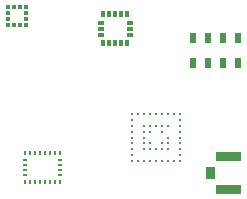
<source format=gbr>
%TF.GenerationSoftware,KiCad,Pcbnew,6.0.1*%
%TF.CreationDate,2022-02-11T08:39:59-06:00*%
%TF.ProjectId,SENSOR_SUITE,53454e53-4f52-45f5-9355-4954452e6b69,rev?*%
%TF.SameCoordinates,Original*%
%TF.FileFunction,Paste,Top*%
%TF.FilePolarity,Positive*%
%FSLAX46Y46*%
G04 Gerber Fmt 4.6, Leading zero omitted, Abs format (unit mm)*
G04 Created by KiCad (PCBNEW 6.0.1) date 2022-02-11 08:39:59*
%MOMM*%
%LPD*%
G01*
G04 APERTURE LIST*
G04 Aperture macros list*
%AMRoundRect*
0 Rectangle with rounded corners*
0 $1 Rounding radius*
0 $2 $3 $4 $5 $6 $7 $8 $9 X,Y pos of 4 corners*
0 Add a 4 corners polygon primitive as box body*
4,1,4,$2,$3,$4,$5,$6,$7,$8,$9,$2,$3,0*
0 Add four circle primitives for the rounded corners*
1,1,$1+$1,$2,$3*
1,1,$1+$1,$4,$5*
1,1,$1+$1,$6,$7*
1,1,$1+$1,$8,$9*
0 Add four rect primitives between the rounded corners*
20,1,$1+$1,$2,$3,$4,$5,0*
20,1,$1+$1,$4,$5,$6,$7,0*
20,1,$1+$1,$6,$7,$8,$9,0*
20,1,$1+$1,$8,$9,$2,$3,0*%
G04 Aperture macros list end*
%ADD10R,0.230000X0.350000*%
%ADD11R,0.350000X0.230000*%
%ADD12R,0.550000X0.950000*%
%ADD13RoundRect,0.087500X0.087500X-0.187500X0.087500X0.187500X-0.087500X0.187500X-0.087500X-0.187500X0*%
%ADD14RoundRect,0.087500X0.187500X-0.087500X0.187500X0.087500X-0.187500X0.087500X-0.187500X-0.087500X0*%
%ADD15C,0.270000*%
%ADD16R,0.375000X0.350000*%
%ADD17R,0.350000X0.375000*%
G04 APERTURE END LIST*
%TO.C,X8001*%
G36*
X156981600Y-91682600D02*
G01*
X156219600Y-91682600D01*
X156219600Y-90717400D01*
X156981600Y-90717400D01*
X156981600Y-91682600D01*
G37*
G36*
X159191400Y-90211000D02*
G01*
X157057800Y-90211000D01*
X157057800Y-89398200D01*
X159191400Y-89398200D01*
X159191400Y-90211000D01*
G37*
G36*
X159191400Y-93001800D02*
G01*
X157057800Y-93001800D01*
X157057800Y-92189000D01*
X159191400Y-92189000D01*
X159191400Y-93001800D01*
G37*
%TD*%
D10*
%TO.C,U101*%
X140845000Y-89525000D03*
D11*
X140875000Y-90105000D03*
X140875000Y-90535000D03*
X140875000Y-90965000D03*
X140875000Y-91395000D03*
D10*
X140845000Y-91975000D03*
X141275000Y-91975000D03*
X141705000Y-91975000D03*
X142135000Y-91975000D03*
X142565000Y-91975000D03*
X142995000Y-91975000D03*
X143425000Y-91975000D03*
X143855000Y-91975000D03*
D11*
X143825000Y-91395000D03*
X143825000Y-90965000D03*
X143825000Y-90535000D03*
X143825000Y-90105000D03*
D10*
X143855000Y-89525000D03*
X143425000Y-89525000D03*
X142995000Y-89525000D03*
X142565000Y-89525000D03*
X142135000Y-89525000D03*
X141705000Y-89525000D03*
X141275000Y-89525000D03*
%TD*%
D12*
%TO.C,U102*%
X158875000Y-79775000D03*
X157625000Y-79775000D03*
X156375000Y-79775000D03*
X155125000Y-79775000D03*
X155125000Y-81925000D03*
X156375000Y-81925000D03*
X157625000Y-81925000D03*
X158875000Y-81925000D03*
%TD*%
D13*
%TO.C,U103*%
X147500000Y-80225000D03*
X148000000Y-80225000D03*
X148500000Y-80225000D03*
X149000000Y-80225000D03*
X149500000Y-80225000D03*
D14*
X149725000Y-79500000D03*
X149725000Y-79000000D03*
X149725000Y-78500000D03*
D13*
X149500000Y-77775000D03*
X149000000Y-77775000D03*
X148500000Y-77775000D03*
X148000000Y-77775000D03*
X147500000Y-77775000D03*
D14*
X147275000Y-78500000D03*
X147275000Y-79000000D03*
X147275000Y-79500000D03*
%TD*%
D15*
%TO.C,U8001*%
X149950000Y-88200000D03*
X149950000Y-86200000D03*
X150450000Y-86200000D03*
X150950000Y-86200000D03*
X151450000Y-86200000D03*
X151950000Y-86200000D03*
X152450000Y-86200000D03*
X152950000Y-86200000D03*
X153450000Y-86200000D03*
X153950000Y-86200000D03*
X149950000Y-86700000D03*
X153950000Y-86700000D03*
X149950000Y-87200000D03*
X150950000Y-87200000D03*
X151450000Y-87200000D03*
X151950000Y-87200000D03*
X152450000Y-87200000D03*
X152950000Y-87200000D03*
X153950000Y-87200000D03*
X149950000Y-87700000D03*
X150950000Y-87700000D03*
X151450000Y-87700000D03*
X152450000Y-87700000D03*
X153950000Y-87700000D03*
X150950000Y-88200000D03*
X152950000Y-88200000D03*
X153950000Y-88200000D03*
X149950000Y-88700000D03*
X150950000Y-88700000D03*
X151450000Y-88700000D03*
X152450000Y-88700000D03*
X152950000Y-88700000D03*
X153950000Y-88700000D03*
X149950000Y-89200000D03*
X150950000Y-89200000D03*
X151450000Y-89200000D03*
X151950000Y-89200000D03*
X152450000Y-89200000D03*
X152950000Y-89200000D03*
X153950000Y-89200000D03*
X149950000Y-89700000D03*
X153950000Y-89700000D03*
X149950000Y-90200000D03*
X150450000Y-90200000D03*
X150950000Y-90200000D03*
X151450000Y-90200000D03*
X151950000Y-90200000D03*
X152450000Y-90200000D03*
X152950000Y-90200000D03*
X153450000Y-90200000D03*
X153950000Y-90200000D03*
%TD*%
D16*
%TO.C,U104*%
X139437500Y-77150000D03*
X139437500Y-77650000D03*
X139437500Y-78150000D03*
X139437500Y-78650000D03*
D17*
X139950000Y-78662500D03*
X140450000Y-78662500D03*
D16*
X140962500Y-78650000D03*
X140962500Y-78150000D03*
X140962500Y-77650000D03*
X140962500Y-77150000D03*
D17*
X140450000Y-77137500D03*
X139950000Y-77137500D03*
%TD*%
M02*

</source>
